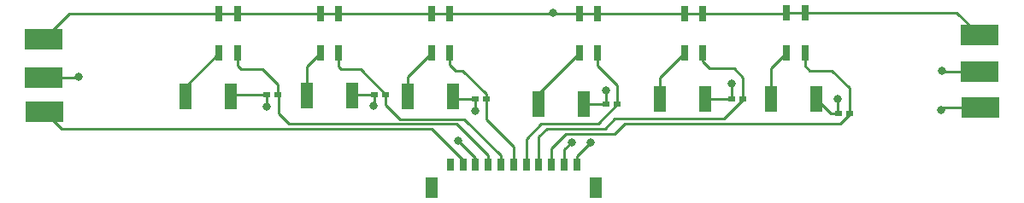
<source format=gtl>
G04 #@! TF.GenerationSoftware,KiCad,Pcbnew,6.0.11+dfsg-1*
G04 #@! TF.CreationDate,2024-04-16T10:26:27+10:00*
G04 #@! TF.ProjectId,IR_Sensor_array,49525f53-656e-4736-9f72-5f6172726179,rev?*
G04 #@! TF.SameCoordinates,Original*
G04 #@! TF.FileFunction,Copper,L1,Top*
G04 #@! TF.FilePolarity,Positive*
%FSLAX46Y46*%
G04 Gerber Fmt 4.6, Leading zero omitted, Abs format (unit mm)*
G04 Created by KiCad (PCBNEW 6.0.11+dfsg-1) date 2024-04-16 10:26:27*
%MOMM*%
%LPD*%
G01*
G04 APERTURE LIST*
G04 #@! TA.AperFunction,SMDPad,CuDef*
%ADD10R,1.205598X2.499995*%
G04 #@! TD*
G04 #@! TA.AperFunction,SMDPad,CuDef*
%ADD11R,0.690000X1.570000*%
G04 #@! TD*
G04 #@! TA.AperFunction,SMDPad,CuDef*
%ADD12R,0.655599X0.499999*%
G04 #@! TD*
G04 #@! TA.AperFunction,SMDPad,CuDef*
%ADD13R,3.800000X2.000000*%
G04 #@! TD*
G04 #@! TA.AperFunction,SMDPad,CuDef*
%ADD14R,0.800000X1.200000*%
G04 #@! TD*
G04 #@! TA.AperFunction,SMDPad,CuDef*
%ADD15R,1.300000X2.150000*%
G04 #@! TD*
G04 #@! TA.AperFunction,ViaPad*
%ADD16C,0.800000*%
G04 #@! TD*
G04 #@! TA.AperFunction,Conductor*
%ADD17C,0.250000*%
G04 #@! TD*
G04 APERTURE END LIST*
D10*
X180252796Y-96560000D03*
X175747204Y-96560000D03*
D11*
X167167992Y-88025000D03*
X167167992Y-91975000D03*
X168967992Y-91975000D03*
X168967992Y-88025000D03*
D12*
X125799806Y-96056000D03*
X126905404Y-96056000D03*
D10*
X157252796Y-97000000D03*
X152747204Y-97000000D03*
D13*
X196500000Y-97400000D03*
D10*
X122252796Y-96243002D03*
X117747204Y-96243002D03*
D11*
X156793996Y-88025000D03*
X156793996Y-91975000D03*
X158593996Y-91975000D03*
X158593996Y-88025000D03*
D14*
X144000000Y-103000000D03*
X145250000Y-103000000D03*
X146500000Y-103000000D03*
X147750000Y-103000000D03*
X149000000Y-103000000D03*
X150250000Y-103000000D03*
X151500000Y-103000000D03*
X152750000Y-103000000D03*
X154000000Y-103000000D03*
X155250000Y-103000000D03*
X156500000Y-103000000D03*
D15*
X142099999Y-105294999D03*
X158400002Y-105294999D03*
D13*
X103800000Y-97800000D03*
D12*
X136447201Y-96056000D03*
X137552799Y-96056000D03*
D13*
X103700000Y-94400000D03*
D10*
X144252796Y-96243002D03*
X139747204Y-96243002D03*
D13*
X103700000Y-90600000D03*
X196400000Y-90200000D03*
D12*
X159447201Y-97064000D03*
X160552799Y-97064000D03*
X146447201Y-96560000D03*
X147552799Y-96560000D03*
D10*
X169252796Y-96560000D03*
X164747204Y-96560000D03*
D11*
X131100000Y-88025000D03*
X131100000Y-91975000D03*
X132900000Y-91975000D03*
X132900000Y-88025000D03*
D12*
X182447201Y-98000000D03*
X183552799Y-98000000D03*
D13*
X196400000Y-93800000D03*
D10*
X134252796Y-96183002D03*
X129747204Y-96183002D03*
D11*
X121100000Y-88025000D03*
X121100000Y-91975000D03*
X122900000Y-91975000D03*
X122900000Y-88025000D03*
X177313996Y-87965000D03*
X177313996Y-91915000D03*
X179113996Y-91915000D03*
X179113996Y-87965000D03*
X142100000Y-88025000D03*
X142100000Y-91975000D03*
X143900000Y-91975000D03*
X143900000Y-88025000D03*
D12*
X171894402Y-96560000D03*
X173000000Y-96560000D03*
D16*
X136400000Y-97200000D03*
X192700000Y-93700000D03*
X182400000Y-96500000D03*
X107200000Y-94300000D03*
X157900000Y-100800000D03*
X159400000Y-95700000D03*
X125800000Y-97300000D03*
X171900000Y-95000000D03*
X146500000Y-97700000D03*
X156000000Y-100800000D03*
X154200000Y-88000000D03*
X144800000Y-100700000D03*
X192600000Y-97600000D03*
D17*
X145250000Y-102600000D02*
X145250000Y-103000000D01*
X103800000Y-97800000D02*
X105450000Y-99450000D01*
X142100000Y-99450000D02*
X145250000Y-102600000D01*
X105450000Y-99450000D02*
X142100000Y-99450000D01*
X192700000Y-93700000D02*
X192800000Y-93800000D01*
X156500000Y-103000000D02*
X156500000Y-102200000D01*
X134379798Y-96056000D02*
X134252796Y-96183002D01*
X144569794Y-96560000D02*
X144252796Y-96243002D01*
X156500000Y-102200000D02*
X157900000Y-100800000D01*
X181692796Y-98000000D02*
X180252796Y-96560000D01*
X159400000Y-97016799D02*
X159447201Y-97064000D01*
X171900000Y-96554402D02*
X171894402Y-96560000D01*
X159447201Y-97064000D02*
X157316796Y-97064000D01*
X192800000Y-93800000D02*
X196400000Y-93800000D01*
X136447201Y-96056000D02*
X136447201Y-97152799D01*
X125799806Y-96056000D02*
X122439798Y-96056000D01*
X107200000Y-94300000D02*
X107100000Y-94400000D01*
X182400000Y-97952799D02*
X182447201Y-98000000D01*
X146447201Y-96560000D02*
X144569794Y-96560000D01*
X107100000Y-94400000D02*
X103700000Y-94400000D01*
X136447201Y-97152799D02*
X136400000Y-97200000D01*
X159400000Y-95700000D02*
X159400000Y-97016799D01*
X182400000Y-96500000D02*
X182400000Y-97952799D01*
X125799806Y-97299806D02*
X125800000Y-97300000D01*
X146447201Y-96560000D02*
X146447201Y-97647201D01*
X146447201Y-97647201D02*
X146500000Y-97700000D01*
X182447201Y-98000000D02*
X181692796Y-98000000D01*
X171894402Y-96560000D02*
X169252796Y-96560000D01*
X136447201Y-96056000D02*
X134379798Y-96056000D01*
X122439798Y-96056000D02*
X122252796Y-96243002D01*
X125799806Y-96056000D02*
X125799806Y-97299806D01*
X157316796Y-97064000D02*
X157252796Y-97000000D01*
X171900000Y-95000000D02*
X171900000Y-96554402D01*
X143900000Y-93100000D02*
X143900000Y-91975000D01*
X150250000Y-101250000D02*
X150250000Y-103000000D01*
X147552799Y-98552799D02*
X150250000Y-101250000D01*
X147552799Y-96560000D02*
X147552799Y-96052799D01*
X145200000Y-93700000D02*
X144500000Y-93700000D01*
X147552799Y-96560000D02*
X147552799Y-98552799D01*
X144500000Y-93700000D02*
X143900000Y-93100000D01*
X147552799Y-96052799D02*
X145200000Y-93700000D01*
X147750000Y-103000000D02*
X147750000Y-102150000D01*
X127000000Y-98000000D02*
X127000000Y-96000000D01*
X126905404Y-96056000D02*
X126905404Y-95105404D01*
X126905404Y-95105404D02*
X125400000Y-93600000D01*
X147750000Y-102150000D02*
X144600000Y-99000000D01*
X125400000Y-93600000D02*
X123300000Y-93600000D01*
X128000000Y-99000000D02*
X127000000Y-98000000D01*
X144600000Y-99000000D02*
X128000000Y-99000000D01*
X123300000Y-93600000D02*
X122900000Y-93200000D01*
X122900000Y-93200000D02*
X122900000Y-91975000D01*
X171100000Y-98500000D02*
X173000000Y-96600000D01*
X168967992Y-92767992D02*
X168967992Y-91975000D01*
X152750000Y-103000000D02*
X152750000Y-100250000D01*
X152750000Y-100250000D02*
X153550000Y-99450000D01*
X160300000Y-98500000D02*
X171100000Y-98500000D01*
X173000000Y-96600000D02*
X173000000Y-96560000D01*
X172100000Y-93500000D02*
X169700000Y-93500000D01*
X173000000Y-94400000D02*
X172100000Y-93500000D01*
X169700000Y-93500000D02*
X168967992Y-92767992D01*
X153550000Y-99450000D02*
X159350000Y-99450000D01*
X159350000Y-99450000D02*
X160300000Y-98500000D01*
X173000000Y-96560000D02*
X173000000Y-94400000D01*
X117747204Y-96243002D02*
X117747204Y-95327796D01*
X117747204Y-95327796D02*
X121100000Y-91975000D01*
X129747204Y-96183002D02*
X129747204Y-93327796D01*
X129747204Y-93327796D02*
X131100000Y-91975000D01*
X139747204Y-94327796D02*
X142100000Y-91975000D01*
X139747204Y-96243002D02*
X139747204Y-94327796D01*
X151500000Y-100500000D02*
X153000000Y-99000000D01*
X160552799Y-97064000D02*
X160552799Y-95152799D01*
X158616799Y-99000000D02*
X160552799Y-97064000D01*
X160552799Y-95152799D02*
X158593996Y-93193996D01*
X158593996Y-93193996D02*
X158593996Y-91975000D01*
X151500000Y-103000000D02*
X151500000Y-100500000D01*
X153000000Y-99000000D02*
X158616799Y-99000000D01*
X149000000Y-103000000D02*
X149000000Y-102150000D01*
X139000000Y-98550000D02*
X137552799Y-97102799D01*
X133200000Y-93600000D02*
X132900000Y-93300000D01*
X145400000Y-98550000D02*
X139000000Y-98550000D01*
X132900000Y-93300000D02*
X132900000Y-91975000D01*
X149000000Y-102150000D02*
X145400000Y-98550000D01*
X137552799Y-97102799D02*
X137552799Y-96056000D01*
X137552799Y-96056000D02*
X135096799Y-93600000D01*
X135096799Y-93600000D02*
X133200000Y-93600000D01*
X161300000Y-99000000D02*
X182600000Y-99000000D01*
X182600000Y-99000000D02*
X183552799Y-98047201D01*
X154000000Y-101400000D02*
X155400000Y-100000000D01*
X181800000Y-93700000D02*
X179600000Y-93700000D01*
X160300000Y-100000000D02*
X161300000Y-99000000D01*
X154000000Y-103000000D02*
X154000000Y-101400000D01*
X179113996Y-93213996D02*
X179113996Y-91915000D01*
X183552799Y-98047201D02*
X183552799Y-98000000D01*
X155400000Y-100000000D02*
X160300000Y-100000000D01*
X183552799Y-98000000D02*
X183552799Y-95452799D01*
X183552799Y-95452799D02*
X181800000Y-93700000D01*
X179600000Y-93700000D02*
X179113996Y-93213996D01*
X152747204Y-96021792D02*
X156793996Y-91975000D01*
X152747204Y-97000000D02*
X152747204Y-96021792D01*
X164747204Y-94395788D02*
X167167992Y-91975000D01*
X164747204Y-96560000D02*
X164747204Y-94395788D01*
X175747204Y-93481792D02*
X177313996Y-91915000D01*
X175747204Y-96560000D02*
X175747204Y-93481792D01*
X154225000Y-88025000D02*
X156793996Y-88025000D01*
X122900000Y-88025000D02*
X131100000Y-88025000D01*
X106275000Y-88025000D02*
X103700000Y-90600000D01*
X168967992Y-88025000D02*
X177253996Y-88025000D01*
X121100000Y-88025000D02*
X106275000Y-88025000D01*
X156793996Y-88025000D02*
X158593996Y-88025000D01*
X154175000Y-88025000D02*
X154200000Y-88000000D01*
X143900000Y-88025000D02*
X154175000Y-88025000D01*
X131100000Y-88025000D02*
X132900000Y-88025000D01*
X155250000Y-103000000D02*
X155250000Y-101550000D01*
X158593996Y-88025000D02*
X167167992Y-88025000D01*
X154200000Y-88000000D02*
X154225000Y-88025000D01*
X167167992Y-88025000D02*
X168967992Y-88025000D01*
X177253996Y-88025000D02*
X177313996Y-87965000D01*
X194165000Y-87965000D02*
X196400000Y-90200000D01*
X155250000Y-101550000D02*
X156000000Y-100800000D01*
X132900000Y-88025000D02*
X142100000Y-88025000D01*
X179113996Y-87965000D02*
X194165000Y-87965000D01*
X142100000Y-88025000D02*
X143900000Y-88025000D01*
X121100000Y-88025000D02*
X122900000Y-88025000D01*
X177313996Y-87965000D02*
X179113996Y-87965000D01*
X146500000Y-102400000D02*
X146500000Y-103000000D01*
X144800000Y-100700000D02*
X146500000Y-102400000D01*
X192800000Y-97400000D02*
X196500000Y-97400000D01*
X192600000Y-97600000D02*
X192800000Y-97400000D01*
M02*

</source>
